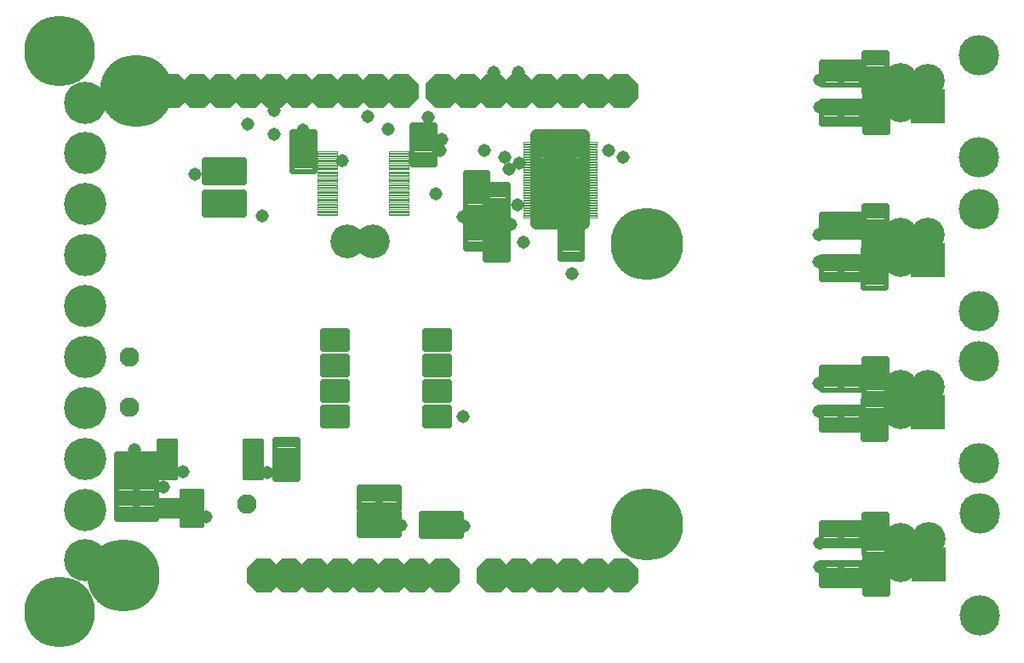
<source format=gts>
G75*
%MOIN*%
%OFA0B0*%
%FSLAX25Y25*%
%IPPOS*%
%LPD*%
%AMOC8*
5,1,8,0,0,1.08239X$1,22.5*
%
%ADD10C,0.02047*%
%ADD11R,0.13386X0.21260*%
%ADD12C,0.00472*%
%ADD13C,0.04724*%
%ADD14C,0.13200*%
%ADD15C,0.01890*%
%ADD16C,0.01260*%
%ADD17C,0.01575*%
%ADD18R,0.13200X0.13200*%
%ADD19C,0.15827*%
%ADD20C,0.16535*%
%ADD21C,0.27685*%
%ADD22OC8,0.13200*%
%ADD23C,0.28346*%
%ADD24C,0.05156*%
%ADD25C,0.07677*%
D10*
X0079381Y0078722D02*
X0087571Y0078722D01*
X0079381Y0078722D02*
X0079381Y0087700D01*
X0087571Y0087700D01*
X0087571Y0078722D01*
X0087571Y0080768D02*
X0079381Y0080768D01*
X0079381Y0082814D02*
X0087571Y0082814D01*
X0087571Y0084860D02*
X0079381Y0084860D01*
X0079381Y0086906D02*
X0087571Y0086906D01*
X0086862Y0078722D02*
X0095052Y0078722D01*
X0086862Y0078722D02*
X0086862Y0087700D01*
X0095052Y0087700D01*
X0095052Y0078722D01*
X0095052Y0080768D02*
X0086862Y0080768D01*
X0086862Y0082814D02*
X0095052Y0082814D01*
X0095052Y0084860D02*
X0086862Y0084860D01*
X0086862Y0086906D02*
X0095052Y0086906D01*
X0095052Y0087107D02*
X0086862Y0087107D01*
X0086862Y0096085D01*
X0095052Y0096085D01*
X0095052Y0087107D01*
X0095052Y0089153D02*
X0086862Y0089153D01*
X0086862Y0091199D02*
X0095052Y0091199D01*
X0095052Y0093245D02*
X0086862Y0093245D01*
X0086862Y0095291D02*
X0095052Y0095291D01*
X0095091Y0104491D02*
X0086901Y0104491D01*
X0095091Y0104491D02*
X0095091Y0095513D01*
X0086901Y0095513D01*
X0086901Y0104491D01*
X0086901Y0097559D02*
X0095091Y0097559D01*
X0095091Y0099605D02*
X0086901Y0099605D01*
X0086901Y0101651D02*
X0095091Y0101651D01*
X0095091Y0103697D02*
X0086901Y0103697D01*
X0087611Y0104491D02*
X0079421Y0104491D01*
X0087611Y0104491D02*
X0087611Y0095513D01*
X0079421Y0095513D01*
X0079421Y0104491D01*
X0079421Y0097559D02*
X0087611Y0097559D01*
X0087611Y0099605D02*
X0079421Y0099605D01*
X0079421Y0101651D02*
X0087611Y0101651D01*
X0087611Y0103697D02*
X0079421Y0103697D01*
X0079381Y0087107D02*
X0087571Y0087107D01*
X0079381Y0087107D02*
X0079381Y0096085D01*
X0087571Y0096085D01*
X0087571Y0087107D01*
X0087571Y0089153D02*
X0079381Y0089153D01*
X0079381Y0091199D02*
X0087571Y0091199D01*
X0087571Y0093245D02*
X0079381Y0093245D01*
X0079381Y0095291D02*
X0087571Y0095291D01*
X0141409Y0094234D02*
X0141409Y0102424D01*
X0150387Y0102424D01*
X0150387Y0094234D01*
X0141409Y0094234D01*
X0141409Y0096280D02*
X0150387Y0096280D01*
X0150387Y0098326D02*
X0141409Y0098326D01*
X0141409Y0100372D02*
X0150387Y0100372D01*
X0150387Y0102418D02*
X0141409Y0102418D01*
X0141409Y0101714D02*
X0141409Y0109904D01*
X0150387Y0109904D01*
X0150387Y0101714D01*
X0141409Y0101714D01*
X0141409Y0103760D02*
X0150387Y0103760D01*
X0150387Y0105806D02*
X0141409Y0105806D01*
X0141409Y0107852D02*
X0150387Y0107852D01*
X0150387Y0109898D02*
X0141409Y0109898D01*
X0174499Y0082462D02*
X0182689Y0082462D01*
X0174499Y0082462D02*
X0174499Y0091440D01*
X0182689Y0091440D01*
X0182689Y0082462D01*
X0182689Y0084508D02*
X0174499Y0084508D01*
X0174499Y0086554D02*
X0182689Y0086554D01*
X0182689Y0088600D02*
X0174499Y0088600D01*
X0174499Y0090646D02*
X0182689Y0090646D01*
X0181980Y0082462D02*
X0190170Y0082462D01*
X0181980Y0082462D02*
X0181980Y0091440D01*
X0190170Y0091440D01*
X0190170Y0082462D01*
X0190170Y0084508D02*
X0181980Y0084508D01*
X0181980Y0086554D02*
X0190170Y0086554D01*
X0190170Y0088600D02*
X0181980Y0088600D01*
X0181980Y0090646D02*
X0190170Y0090646D01*
X0190189Y0072206D02*
X0181999Y0072206D01*
X0181999Y0081184D01*
X0190189Y0081184D01*
X0190189Y0072206D01*
X0190189Y0074252D02*
X0181999Y0074252D01*
X0181999Y0076298D02*
X0190189Y0076298D01*
X0190189Y0078344D02*
X0181999Y0078344D01*
X0181999Y0080390D02*
X0190189Y0080390D01*
X0198692Y0071989D02*
X0206882Y0071989D01*
X0198692Y0071989D02*
X0198692Y0080967D01*
X0206882Y0080967D01*
X0206882Y0071989D01*
X0206882Y0074035D02*
X0198692Y0074035D01*
X0198692Y0076081D02*
X0206882Y0076081D01*
X0206882Y0078127D02*
X0198692Y0078127D01*
X0198692Y0080173D02*
X0206882Y0080173D01*
X0206173Y0071989D02*
X0214363Y0071989D01*
X0206173Y0071989D02*
X0206173Y0080967D01*
X0214363Y0080967D01*
X0214363Y0071989D01*
X0214363Y0074035D02*
X0206173Y0074035D01*
X0206173Y0076081D02*
X0214363Y0076081D01*
X0214363Y0078127D02*
X0206173Y0078127D01*
X0206173Y0080173D02*
X0214363Y0080173D01*
X0182709Y0072206D02*
X0174519Y0072206D01*
X0174519Y0081184D01*
X0182709Y0081184D01*
X0182709Y0072206D01*
X0182709Y0074252D02*
X0174519Y0074252D01*
X0174519Y0076298D02*
X0182709Y0076298D01*
X0182709Y0078344D02*
X0174519Y0078344D01*
X0174519Y0080390D02*
X0182709Y0080390D01*
X0223909Y0180218D02*
X0223909Y0188408D01*
X0232887Y0188408D01*
X0232887Y0180218D01*
X0223909Y0180218D01*
X0223909Y0182264D02*
X0232887Y0182264D01*
X0232887Y0184310D02*
X0223909Y0184310D01*
X0223909Y0186356D02*
X0232887Y0186356D01*
X0232887Y0188402D02*
X0223909Y0188402D01*
X0224973Y0184785D02*
X0224973Y0192975D01*
X0224973Y0184785D02*
X0215995Y0184785D01*
X0215995Y0192975D01*
X0224973Y0192975D01*
X0224973Y0186831D02*
X0215995Y0186831D01*
X0215995Y0188877D02*
X0224973Y0188877D01*
X0224973Y0190923D02*
X0215995Y0190923D01*
X0215995Y0192969D02*
X0224973Y0192969D01*
X0223909Y0195888D02*
X0223909Y0187698D01*
X0223909Y0195888D02*
X0232887Y0195888D01*
X0232887Y0187698D01*
X0223909Y0187698D01*
X0223909Y0189744D02*
X0232887Y0189744D01*
X0232887Y0191790D02*
X0223909Y0191790D01*
X0223909Y0193836D02*
X0232887Y0193836D01*
X0232887Y0195882D02*
X0223909Y0195882D01*
X0224973Y0192265D02*
X0224973Y0200455D01*
X0224973Y0192265D02*
X0215995Y0192265D01*
X0215995Y0200455D01*
X0224973Y0200455D01*
X0224973Y0194311D02*
X0215995Y0194311D01*
X0215995Y0196357D02*
X0224973Y0196357D01*
X0224973Y0198403D02*
X0215995Y0198403D01*
X0215995Y0200449D02*
X0224973Y0200449D01*
X0232847Y0202502D02*
X0232847Y0194312D01*
X0223869Y0194312D01*
X0223869Y0202502D01*
X0232847Y0202502D01*
X0232847Y0196358D02*
X0223869Y0196358D01*
X0223869Y0198404D02*
X0232847Y0198404D01*
X0232847Y0200450D02*
X0223869Y0200450D01*
X0223869Y0202496D02*
X0232847Y0202496D01*
X0232847Y0201793D02*
X0232847Y0209983D01*
X0232847Y0201793D02*
X0223869Y0201793D01*
X0223869Y0209983D01*
X0232847Y0209983D01*
X0232847Y0203839D02*
X0223869Y0203839D01*
X0223869Y0205885D02*
X0232847Y0205885D01*
X0232847Y0207931D02*
X0223869Y0207931D01*
X0223869Y0209977D02*
X0232847Y0209977D01*
X0224973Y0206596D02*
X0224973Y0214786D01*
X0224973Y0206596D02*
X0215995Y0206596D01*
X0215995Y0214786D01*
X0224973Y0214786D01*
X0224973Y0208642D02*
X0215995Y0208642D01*
X0215995Y0210688D02*
X0224973Y0210688D01*
X0224973Y0212734D02*
X0215995Y0212734D01*
X0215995Y0214780D02*
X0224973Y0214780D01*
X0224973Y0207306D02*
X0224973Y0199116D01*
X0215995Y0199116D01*
X0215995Y0207306D01*
X0224973Y0207306D01*
X0224973Y0201162D02*
X0215995Y0201162D01*
X0215995Y0203208D02*
X0224973Y0203208D01*
X0224973Y0205254D02*
X0215995Y0205254D01*
X0215995Y0207300D02*
X0224973Y0207300D01*
X0195188Y0217718D02*
X0195188Y0225908D01*
X0204166Y0225908D01*
X0204166Y0217718D01*
X0195188Y0217718D01*
X0195188Y0219764D02*
X0204166Y0219764D01*
X0204166Y0221810D02*
X0195188Y0221810D01*
X0195188Y0223856D02*
X0204166Y0223856D01*
X0204166Y0225902D02*
X0195188Y0225902D01*
X0195188Y0225198D02*
X0195188Y0233388D01*
X0204166Y0233388D01*
X0204166Y0225198D01*
X0195188Y0225198D01*
X0195188Y0227244D02*
X0204166Y0227244D01*
X0204166Y0229290D02*
X0195188Y0229290D01*
X0195188Y0231336D02*
X0204166Y0231336D01*
X0204166Y0233382D02*
X0195188Y0233382D01*
X0157237Y0230829D02*
X0157237Y0222639D01*
X0148259Y0222639D01*
X0148259Y0230829D01*
X0157237Y0230829D01*
X0157237Y0224685D02*
X0148259Y0224685D01*
X0148259Y0226731D02*
X0157237Y0226731D01*
X0157237Y0228777D02*
X0148259Y0228777D01*
X0148259Y0230823D02*
X0157237Y0230823D01*
X0157237Y0223349D02*
X0157237Y0215159D01*
X0148259Y0215159D01*
X0148259Y0223349D01*
X0157237Y0223349D01*
X0157237Y0217205D02*
X0148259Y0217205D01*
X0148259Y0219251D02*
X0157237Y0219251D01*
X0157237Y0221297D02*
X0148259Y0221297D01*
X0148259Y0223343D02*
X0157237Y0223343D01*
X0129323Y0210572D02*
X0121133Y0210572D01*
X0121133Y0219550D01*
X0129323Y0219550D01*
X0129323Y0210572D01*
X0129323Y0212618D02*
X0121133Y0212618D01*
X0121133Y0214664D02*
X0129323Y0214664D01*
X0129323Y0216710D02*
X0121133Y0216710D01*
X0121133Y0218756D02*
X0129323Y0218756D01*
X0121843Y0210572D02*
X0113653Y0210572D01*
X0113653Y0219550D01*
X0121843Y0219550D01*
X0121843Y0210572D01*
X0121843Y0212618D02*
X0113653Y0212618D01*
X0113653Y0214664D02*
X0121843Y0214664D01*
X0121843Y0216710D02*
X0113653Y0216710D01*
X0113653Y0218756D02*
X0121843Y0218756D01*
X0121133Y0197974D02*
X0129323Y0197974D01*
X0121133Y0197974D02*
X0121133Y0206952D01*
X0129323Y0206952D01*
X0129323Y0197974D01*
X0129323Y0200020D02*
X0121133Y0200020D01*
X0121133Y0202066D02*
X0129323Y0202066D01*
X0129323Y0204112D02*
X0121133Y0204112D01*
X0121133Y0206158D02*
X0129323Y0206158D01*
X0121843Y0197974D02*
X0113653Y0197974D01*
X0113653Y0206952D01*
X0121843Y0206952D01*
X0121843Y0197974D01*
X0121843Y0200020D02*
X0113653Y0200020D01*
X0113653Y0202066D02*
X0121843Y0202066D01*
X0121843Y0204112D02*
X0113653Y0204112D01*
X0113653Y0206158D02*
X0121843Y0206158D01*
X0261981Y0196439D02*
X0261981Y0188249D01*
X0253003Y0188249D01*
X0253003Y0196439D01*
X0261981Y0196439D01*
X0261981Y0190295D02*
X0253003Y0190295D01*
X0253003Y0192341D02*
X0261981Y0192341D01*
X0261981Y0194387D02*
X0253003Y0194387D01*
X0253003Y0196433D02*
X0261981Y0196433D01*
X0261981Y0188959D02*
X0261981Y0180769D01*
X0253003Y0180769D01*
X0253003Y0188959D01*
X0261981Y0188959D01*
X0261981Y0182815D02*
X0253003Y0182815D01*
X0253003Y0184861D02*
X0261981Y0184861D01*
X0261981Y0186907D02*
X0253003Y0186907D01*
X0253003Y0188953D02*
X0261981Y0188953D01*
X0355385Y0189312D02*
X0363575Y0189312D01*
X0355385Y0189312D02*
X0355385Y0198290D01*
X0363575Y0198290D01*
X0363575Y0189312D01*
X0363575Y0191358D02*
X0355385Y0191358D01*
X0355385Y0193404D02*
X0363575Y0193404D01*
X0363575Y0195450D02*
X0355385Y0195450D01*
X0355385Y0197496D02*
X0363575Y0197496D01*
X0362866Y0189312D02*
X0371056Y0189312D01*
X0362866Y0189312D02*
X0362866Y0198290D01*
X0371056Y0198290D01*
X0371056Y0189312D01*
X0371056Y0191358D02*
X0362866Y0191358D01*
X0362866Y0193404D02*
X0371056Y0193404D01*
X0371056Y0195450D02*
X0362866Y0195450D01*
X0362866Y0197496D02*
X0371056Y0197496D01*
X0381056Y0193427D02*
X0381056Y0201617D01*
X0381056Y0193427D02*
X0372078Y0193427D01*
X0372078Y0201617D01*
X0381056Y0201617D01*
X0381056Y0195473D02*
X0372078Y0195473D01*
X0372078Y0197519D02*
X0381056Y0197519D01*
X0381056Y0199565D02*
X0372078Y0199565D01*
X0372078Y0201611D02*
X0381056Y0201611D01*
X0381056Y0194136D02*
X0381056Y0185946D01*
X0372078Y0185946D01*
X0372078Y0194136D01*
X0381056Y0194136D01*
X0381056Y0187992D02*
X0372078Y0187992D01*
X0372078Y0190038D02*
X0381056Y0190038D01*
X0381056Y0192084D02*
X0372078Y0192084D01*
X0372078Y0194130D02*
X0381056Y0194130D01*
X0371960Y0185180D02*
X0371960Y0176990D01*
X0371960Y0185180D02*
X0380938Y0185180D01*
X0380938Y0176990D01*
X0371960Y0176990D01*
X0371960Y0179036D02*
X0380938Y0179036D01*
X0380938Y0181082D02*
X0371960Y0181082D01*
X0371960Y0183128D02*
X0380938Y0183128D01*
X0380938Y0185174D02*
X0371960Y0185174D01*
X0371056Y0181755D02*
X0362866Y0181755D01*
X0371056Y0181755D02*
X0371056Y0172777D01*
X0362866Y0172777D01*
X0362866Y0181755D01*
X0362866Y0174823D02*
X0371056Y0174823D01*
X0371056Y0176869D02*
X0362866Y0176869D01*
X0362866Y0178915D02*
X0371056Y0178915D01*
X0371056Y0180961D02*
X0362866Y0180961D01*
X0363575Y0181755D02*
X0355385Y0181755D01*
X0363575Y0181755D02*
X0363575Y0172777D01*
X0355385Y0172777D01*
X0355385Y0181755D01*
X0355385Y0174823D02*
X0363575Y0174823D01*
X0363575Y0176869D02*
X0355385Y0176869D01*
X0355385Y0178915D02*
X0363575Y0178915D01*
X0363575Y0180961D02*
X0355385Y0180961D01*
X0371960Y0177699D02*
X0371960Y0169509D01*
X0371960Y0177699D02*
X0380938Y0177699D01*
X0380938Y0169509D01*
X0371960Y0169509D01*
X0371960Y0171555D02*
X0380938Y0171555D01*
X0380938Y0173601D02*
X0371960Y0173601D01*
X0371960Y0175647D02*
X0380938Y0175647D01*
X0380938Y0177693D02*
X0371960Y0177693D01*
X0381253Y0141794D02*
X0381253Y0133604D01*
X0372275Y0133604D01*
X0372275Y0141794D01*
X0381253Y0141794D01*
X0381253Y0135650D02*
X0372275Y0135650D01*
X0372275Y0137696D02*
X0381253Y0137696D01*
X0381253Y0139742D02*
X0372275Y0139742D01*
X0372275Y0141788D02*
X0381253Y0141788D01*
X0371056Y0129470D02*
X0362866Y0129470D01*
X0362866Y0138448D01*
X0371056Y0138448D01*
X0371056Y0129470D01*
X0371056Y0131516D02*
X0362866Y0131516D01*
X0362866Y0133562D02*
X0371056Y0133562D01*
X0371056Y0135608D02*
X0362866Y0135608D01*
X0362866Y0137654D02*
X0371056Y0137654D01*
X0363575Y0129470D02*
X0355385Y0129470D01*
X0355385Y0138448D01*
X0363575Y0138448D01*
X0363575Y0129470D01*
X0363575Y0131516D02*
X0355385Y0131516D01*
X0355385Y0133562D02*
X0363575Y0133562D01*
X0363575Y0135608D02*
X0355385Y0135608D01*
X0355385Y0137654D02*
X0363575Y0137654D01*
X0381253Y0134314D02*
X0381253Y0126124D01*
X0372275Y0126124D01*
X0372275Y0134314D01*
X0381253Y0134314D01*
X0381253Y0128170D02*
X0372275Y0128170D01*
X0372275Y0130216D02*
X0381253Y0130216D01*
X0381253Y0132262D02*
X0372275Y0132262D01*
X0372275Y0134308D02*
X0381253Y0134308D01*
X0371960Y0125573D02*
X0371960Y0117383D01*
X0371960Y0125573D02*
X0380938Y0125573D01*
X0380938Y0117383D01*
X0371960Y0117383D01*
X0371960Y0119429D02*
X0380938Y0119429D01*
X0380938Y0121475D02*
X0371960Y0121475D01*
X0371960Y0123521D02*
X0380938Y0123521D01*
X0380938Y0125567D02*
X0371960Y0125567D01*
X0371056Y0122700D02*
X0362866Y0122700D01*
X0371056Y0122700D02*
X0371056Y0113722D01*
X0362866Y0113722D01*
X0362866Y0122700D01*
X0362866Y0115768D02*
X0371056Y0115768D01*
X0371056Y0117814D02*
X0362866Y0117814D01*
X0362866Y0119860D02*
X0371056Y0119860D01*
X0371056Y0121906D02*
X0362866Y0121906D01*
X0363575Y0122700D02*
X0355385Y0122700D01*
X0363575Y0122700D02*
X0363575Y0113722D01*
X0355385Y0113722D01*
X0355385Y0122700D01*
X0355385Y0115768D02*
X0363575Y0115768D01*
X0363575Y0117814D02*
X0355385Y0117814D01*
X0355385Y0119860D02*
X0363575Y0119860D01*
X0363575Y0121906D02*
X0355385Y0121906D01*
X0371960Y0118093D02*
X0371960Y0109903D01*
X0371960Y0118093D02*
X0380938Y0118093D01*
X0380938Y0109903D01*
X0371960Y0109903D01*
X0371960Y0111949D02*
X0380938Y0111949D01*
X0380938Y0113995D02*
X0371960Y0113995D01*
X0371960Y0116041D02*
X0380938Y0116041D01*
X0380938Y0118087D02*
X0371960Y0118087D01*
X0381253Y0080829D02*
X0381253Y0072639D01*
X0372275Y0072639D01*
X0372275Y0080829D01*
X0381253Y0080829D01*
X0381253Y0074685D02*
X0372275Y0074685D01*
X0372275Y0076731D02*
X0381253Y0076731D01*
X0381253Y0078777D02*
X0372275Y0078777D01*
X0372275Y0080823D02*
X0381253Y0080823D01*
X0371056Y0068446D02*
X0362866Y0068446D01*
X0362866Y0077424D01*
X0371056Y0077424D01*
X0371056Y0068446D01*
X0371056Y0070492D02*
X0362866Y0070492D01*
X0362866Y0072538D02*
X0371056Y0072538D01*
X0371056Y0074584D02*
X0362866Y0074584D01*
X0362866Y0076630D02*
X0371056Y0076630D01*
X0363575Y0068446D02*
X0355385Y0068446D01*
X0355385Y0077424D01*
X0363575Y0077424D01*
X0363575Y0068446D01*
X0363575Y0070492D02*
X0355385Y0070492D01*
X0355385Y0072538D02*
X0363575Y0072538D01*
X0363575Y0074584D02*
X0355385Y0074584D01*
X0355385Y0076630D02*
X0363575Y0076630D01*
X0381253Y0073349D02*
X0381253Y0065159D01*
X0372275Y0065159D01*
X0372275Y0073349D01*
X0381253Y0073349D01*
X0381253Y0067205D02*
X0372275Y0067205D01*
X0372275Y0069251D02*
X0381253Y0069251D01*
X0381253Y0071297D02*
X0372275Y0071297D01*
X0372275Y0073343D02*
X0381253Y0073343D01*
X0372354Y0065022D02*
X0372354Y0056832D01*
X0372354Y0065022D02*
X0381332Y0065022D01*
X0381332Y0056832D01*
X0372354Y0056832D01*
X0372354Y0058878D02*
X0381332Y0058878D01*
X0381332Y0060924D02*
X0372354Y0060924D01*
X0372354Y0062970D02*
X0381332Y0062970D01*
X0381332Y0065016D02*
X0372354Y0065016D01*
X0371056Y0061676D02*
X0362866Y0061676D01*
X0371056Y0061676D02*
X0371056Y0052698D01*
X0362866Y0052698D01*
X0362866Y0061676D01*
X0362866Y0054744D02*
X0371056Y0054744D01*
X0371056Y0056790D02*
X0362866Y0056790D01*
X0362866Y0058836D02*
X0371056Y0058836D01*
X0371056Y0060882D02*
X0362866Y0060882D01*
X0363575Y0061676D02*
X0355385Y0061676D01*
X0363575Y0061676D02*
X0363575Y0052698D01*
X0355385Y0052698D01*
X0355385Y0061676D01*
X0355385Y0054744D02*
X0363575Y0054744D01*
X0363575Y0056790D02*
X0355385Y0056790D01*
X0355385Y0058836D02*
X0363575Y0058836D01*
X0363575Y0060882D02*
X0355385Y0060882D01*
X0372354Y0057542D02*
X0372354Y0049352D01*
X0372354Y0057542D02*
X0381332Y0057542D01*
X0381332Y0049352D01*
X0372354Y0049352D01*
X0372354Y0051398D02*
X0381332Y0051398D01*
X0381332Y0053444D02*
X0372354Y0053444D01*
X0372354Y0055490D02*
X0381332Y0055490D01*
X0381332Y0057536D02*
X0372354Y0057536D01*
X0372354Y0230336D02*
X0372354Y0238526D01*
X0381332Y0238526D01*
X0381332Y0230336D01*
X0372354Y0230336D01*
X0372354Y0232382D02*
X0381332Y0232382D01*
X0381332Y0234428D02*
X0372354Y0234428D01*
X0372354Y0236474D02*
X0381332Y0236474D01*
X0381332Y0238520D02*
X0372354Y0238520D01*
X0371056Y0242778D02*
X0362866Y0242778D01*
X0371056Y0242778D02*
X0371056Y0233800D01*
X0362866Y0233800D01*
X0362866Y0242778D01*
X0362866Y0235846D02*
X0371056Y0235846D01*
X0371056Y0237892D02*
X0362866Y0237892D01*
X0362866Y0239938D02*
X0371056Y0239938D01*
X0371056Y0241984D02*
X0362866Y0241984D01*
X0363575Y0242778D02*
X0355385Y0242778D01*
X0363575Y0242778D02*
X0363575Y0233800D01*
X0355385Y0233800D01*
X0355385Y0242778D01*
X0355385Y0235846D02*
X0363575Y0235846D01*
X0363575Y0237892D02*
X0355385Y0237892D01*
X0355385Y0239938D02*
X0363575Y0239938D01*
X0363575Y0241984D02*
X0355385Y0241984D01*
X0355385Y0249155D02*
X0363575Y0249155D01*
X0355385Y0249155D02*
X0355385Y0258133D01*
X0363575Y0258133D01*
X0363575Y0249155D01*
X0363575Y0251201D02*
X0355385Y0251201D01*
X0355385Y0253247D02*
X0363575Y0253247D01*
X0363575Y0255293D02*
X0355385Y0255293D01*
X0355385Y0257339D02*
X0363575Y0257339D01*
X0362866Y0249155D02*
X0371056Y0249155D01*
X0362866Y0249155D02*
X0362866Y0258133D01*
X0371056Y0258133D01*
X0371056Y0249155D01*
X0371056Y0251201D02*
X0362866Y0251201D01*
X0362866Y0253247D02*
X0371056Y0253247D01*
X0371056Y0255293D02*
X0362866Y0255293D01*
X0362866Y0257339D02*
X0371056Y0257339D01*
X0381253Y0253466D02*
X0381253Y0261656D01*
X0381253Y0253466D02*
X0372275Y0253466D01*
X0372275Y0261656D01*
X0381253Y0261656D01*
X0381253Y0255512D02*
X0372275Y0255512D01*
X0372275Y0257558D02*
X0381253Y0257558D01*
X0381253Y0259604D02*
X0372275Y0259604D01*
X0372275Y0261650D02*
X0381253Y0261650D01*
X0381253Y0254176D02*
X0381253Y0245986D01*
X0372275Y0245986D01*
X0372275Y0254176D01*
X0381253Y0254176D01*
X0381253Y0248032D02*
X0372275Y0248032D01*
X0372275Y0250078D02*
X0381253Y0250078D01*
X0381253Y0252124D02*
X0372275Y0252124D01*
X0372275Y0254170D02*
X0381253Y0254170D01*
X0372354Y0246006D02*
X0372354Y0237816D01*
X0372354Y0246006D02*
X0381332Y0246006D01*
X0381332Y0237816D01*
X0372354Y0237816D01*
X0372354Y0239862D02*
X0381332Y0239862D01*
X0381332Y0241908D02*
X0372354Y0241908D01*
X0372354Y0243954D02*
X0381332Y0243954D01*
X0381332Y0246000D02*
X0372354Y0246000D01*
D11*
X0253142Y0211872D03*
D12*
X0260760Y0211567D02*
X0260760Y0209677D01*
X0260760Y0211567D02*
X0267570Y0211567D01*
X0267570Y0209677D01*
X0260760Y0209677D01*
X0260760Y0210148D02*
X0267570Y0210148D01*
X0267570Y0210619D02*
X0260760Y0210619D01*
X0260760Y0211090D02*
X0267570Y0211090D01*
X0267570Y0211561D02*
X0260760Y0211561D01*
X0260760Y0212177D02*
X0260760Y0214067D01*
X0267570Y0214067D01*
X0267570Y0212177D01*
X0260760Y0212177D01*
X0260760Y0212648D02*
X0267570Y0212648D01*
X0267570Y0213119D02*
X0260760Y0213119D01*
X0260760Y0213590D02*
X0267570Y0213590D01*
X0267570Y0214061D02*
X0260760Y0214061D01*
X0260760Y0214677D02*
X0260760Y0216567D01*
X0267570Y0216567D01*
X0267570Y0214677D01*
X0260760Y0214677D01*
X0260760Y0215148D02*
X0267570Y0215148D01*
X0267570Y0215619D02*
X0260760Y0215619D01*
X0260760Y0216090D02*
X0267570Y0216090D01*
X0267570Y0216561D02*
X0260760Y0216561D01*
X0260760Y0217177D02*
X0260760Y0219067D01*
X0267570Y0219067D01*
X0267570Y0217177D01*
X0260760Y0217177D01*
X0260760Y0217648D02*
X0267570Y0217648D01*
X0267570Y0218119D02*
X0260760Y0218119D01*
X0260760Y0218590D02*
X0267570Y0218590D01*
X0267570Y0219061D02*
X0260760Y0219061D01*
X0260760Y0219677D02*
X0260760Y0221567D01*
X0267570Y0221567D01*
X0267570Y0219677D01*
X0260760Y0219677D01*
X0260760Y0220148D02*
X0267570Y0220148D01*
X0267570Y0220619D02*
X0260760Y0220619D01*
X0260760Y0221090D02*
X0267570Y0221090D01*
X0267570Y0221561D02*
X0260760Y0221561D01*
X0260760Y0222177D02*
X0260760Y0224067D01*
X0267570Y0224067D01*
X0267570Y0222177D01*
X0260760Y0222177D01*
X0260760Y0222648D02*
X0267570Y0222648D01*
X0267570Y0223119D02*
X0260760Y0223119D01*
X0260760Y0223590D02*
X0267570Y0223590D01*
X0267570Y0224061D02*
X0260760Y0224061D01*
X0260760Y0224677D02*
X0260760Y0226567D01*
X0267570Y0226567D01*
X0267570Y0224677D01*
X0260760Y0224677D01*
X0260760Y0225148D02*
X0267570Y0225148D01*
X0267570Y0225619D02*
X0260760Y0225619D01*
X0260760Y0226090D02*
X0267570Y0226090D01*
X0267570Y0226561D02*
X0260760Y0226561D01*
X0238713Y0226567D02*
X0238713Y0224677D01*
X0238713Y0226567D02*
X0245523Y0226567D01*
X0245523Y0224677D01*
X0238713Y0224677D01*
X0238713Y0225148D02*
X0245523Y0225148D01*
X0245523Y0225619D02*
X0238713Y0225619D01*
X0238713Y0226090D02*
X0245523Y0226090D01*
X0245523Y0226561D02*
X0238713Y0226561D01*
X0238713Y0224067D02*
X0238713Y0222177D01*
X0238713Y0224067D02*
X0245523Y0224067D01*
X0245523Y0222177D01*
X0238713Y0222177D01*
X0238713Y0222648D02*
X0245523Y0222648D01*
X0245523Y0223119D02*
X0238713Y0223119D01*
X0238713Y0223590D02*
X0245523Y0223590D01*
X0245523Y0224061D02*
X0238713Y0224061D01*
X0238713Y0221567D02*
X0238713Y0219677D01*
X0238713Y0221567D02*
X0245523Y0221567D01*
X0245523Y0219677D01*
X0238713Y0219677D01*
X0238713Y0220148D02*
X0245523Y0220148D01*
X0245523Y0220619D02*
X0238713Y0220619D01*
X0238713Y0221090D02*
X0245523Y0221090D01*
X0245523Y0221561D02*
X0238713Y0221561D01*
X0238713Y0219067D02*
X0238713Y0217177D01*
X0238713Y0219067D02*
X0245523Y0219067D01*
X0245523Y0217177D01*
X0238713Y0217177D01*
X0238713Y0217648D02*
X0245523Y0217648D01*
X0245523Y0218119D02*
X0238713Y0218119D01*
X0238713Y0218590D02*
X0245523Y0218590D01*
X0245523Y0219061D02*
X0238713Y0219061D01*
X0238713Y0216567D02*
X0238713Y0214677D01*
X0238713Y0216567D02*
X0245523Y0216567D01*
X0245523Y0214677D01*
X0238713Y0214677D01*
X0238713Y0215148D02*
X0245523Y0215148D01*
X0245523Y0215619D02*
X0238713Y0215619D01*
X0238713Y0216090D02*
X0245523Y0216090D01*
X0245523Y0216561D02*
X0238713Y0216561D01*
X0238713Y0214067D02*
X0238713Y0212177D01*
X0238713Y0214067D02*
X0245523Y0214067D01*
X0245523Y0212177D01*
X0238713Y0212177D01*
X0238713Y0212648D02*
X0245523Y0212648D01*
X0245523Y0213119D02*
X0238713Y0213119D01*
X0238713Y0213590D02*
X0245523Y0213590D01*
X0245523Y0214061D02*
X0238713Y0214061D01*
X0238713Y0211567D02*
X0238713Y0209677D01*
X0238713Y0211567D02*
X0245523Y0211567D01*
X0245523Y0209677D01*
X0238713Y0209677D01*
X0238713Y0210148D02*
X0245523Y0210148D01*
X0245523Y0210619D02*
X0238713Y0210619D01*
X0238713Y0211090D02*
X0245523Y0211090D01*
X0245523Y0211561D02*
X0238713Y0211561D01*
X0238713Y0209067D02*
X0238713Y0207177D01*
X0238713Y0209067D02*
X0245523Y0209067D01*
X0245523Y0207177D01*
X0238713Y0207177D01*
X0238713Y0207648D02*
X0245523Y0207648D01*
X0245523Y0208119D02*
X0238713Y0208119D01*
X0238713Y0208590D02*
X0245523Y0208590D01*
X0245523Y0209061D02*
X0238713Y0209061D01*
X0238713Y0206567D02*
X0238713Y0204677D01*
X0238713Y0206567D02*
X0245523Y0206567D01*
X0245523Y0204677D01*
X0238713Y0204677D01*
X0238713Y0205148D02*
X0245523Y0205148D01*
X0245523Y0205619D02*
X0238713Y0205619D01*
X0238713Y0206090D02*
X0245523Y0206090D01*
X0245523Y0206561D02*
X0238713Y0206561D01*
X0238713Y0204067D02*
X0238713Y0202177D01*
X0238713Y0204067D02*
X0245523Y0204067D01*
X0245523Y0202177D01*
X0238713Y0202177D01*
X0238713Y0202648D02*
X0245523Y0202648D01*
X0245523Y0203119D02*
X0238713Y0203119D01*
X0238713Y0203590D02*
X0245523Y0203590D01*
X0245523Y0204061D02*
X0238713Y0204061D01*
X0238713Y0201567D02*
X0238713Y0199677D01*
X0238713Y0201567D02*
X0245523Y0201567D01*
X0245523Y0199677D01*
X0238713Y0199677D01*
X0238713Y0200148D02*
X0245523Y0200148D01*
X0245523Y0200619D02*
X0238713Y0200619D01*
X0238713Y0201090D02*
X0245523Y0201090D01*
X0245523Y0201561D02*
X0238713Y0201561D01*
X0238713Y0199067D02*
X0238713Y0197177D01*
X0238713Y0199067D02*
X0245523Y0199067D01*
X0245523Y0197177D01*
X0238713Y0197177D01*
X0238713Y0197648D02*
X0245523Y0197648D01*
X0245523Y0198119D02*
X0238713Y0198119D01*
X0238713Y0198590D02*
X0245523Y0198590D01*
X0245523Y0199061D02*
X0238713Y0199061D01*
X0260760Y0199067D02*
X0260760Y0197177D01*
X0260760Y0199067D02*
X0267570Y0199067D01*
X0267570Y0197177D01*
X0260760Y0197177D01*
X0260760Y0197648D02*
X0267570Y0197648D01*
X0267570Y0198119D02*
X0260760Y0198119D01*
X0260760Y0198590D02*
X0267570Y0198590D01*
X0267570Y0199061D02*
X0260760Y0199061D01*
X0260760Y0199677D02*
X0260760Y0201567D01*
X0267570Y0201567D01*
X0267570Y0199677D01*
X0260760Y0199677D01*
X0260760Y0200148D02*
X0267570Y0200148D01*
X0267570Y0200619D02*
X0260760Y0200619D01*
X0260760Y0201090D02*
X0267570Y0201090D01*
X0267570Y0201561D02*
X0260760Y0201561D01*
X0260760Y0202177D02*
X0260760Y0204067D01*
X0267570Y0204067D01*
X0267570Y0202177D01*
X0260760Y0202177D01*
X0260760Y0202648D02*
X0267570Y0202648D01*
X0267570Y0203119D02*
X0260760Y0203119D01*
X0260760Y0203590D02*
X0267570Y0203590D01*
X0267570Y0204061D02*
X0260760Y0204061D01*
X0260760Y0204677D02*
X0260760Y0206567D01*
X0267570Y0206567D01*
X0267570Y0204677D01*
X0260760Y0204677D01*
X0260760Y0205148D02*
X0267570Y0205148D01*
X0267570Y0205619D02*
X0260760Y0205619D01*
X0260760Y0206090D02*
X0267570Y0206090D01*
X0267570Y0206561D02*
X0260760Y0206561D01*
X0260760Y0207177D02*
X0260760Y0209067D01*
X0267570Y0209067D01*
X0267570Y0207177D01*
X0260760Y0207177D01*
X0260760Y0207648D02*
X0267570Y0207648D01*
X0267570Y0208119D02*
X0260760Y0208119D01*
X0260760Y0208590D02*
X0267570Y0208590D01*
X0267570Y0209061D02*
X0260760Y0209061D01*
X0193653Y0208171D02*
X0193653Y0210061D01*
X0193653Y0208171D02*
X0186055Y0208171D01*
X0186055Y0210061D01*
X0193653Y0210061D01*
X0193653Y0208642D02*
X0186055Y0208642D01*
X0186055Y0209113D02*
X0193653Y0209113D01*
X0193653Y0209584D02*
X0186055Y0209584D01*
X0186055Y0210055D02*
X0193653Y0210055D01*
X0193653Y0210730D02*
X0193653Y0212620D01*
X0193653Y0210730D02*
X0186055Y0210730D01*
X0186055Y0212620D01*
X0193653Y0212620D01*
X0193653Y0211201D02*
X0186055Y0211201D01*
X0186055Y0211672D02*
X0193653Y0211672D01*
X0193653Y0212143D02*
X0186055Y0212143D01*
X0186055Y0212614D02*
X0193653Y0212614D01*
X0193653Y0213289D02*
X0193653Y0215179D01*
X0193653Y0213289D02*
X0186055Y0213289D01*
X0186055Y0215179D01*
X0193653Y0215179D01*
X0193653Y0213760D02*
X0186055Y0213760D01*
X0186055Y0214231D02*
X0193653Y0214231D01*
X0193653Y0214702D02*
X0186055Y0214702D01*
X0186055Y0215173D02*
X0193653Y0215173D01*
X0193653Y0215848D02*
X0193653Y0217738D01*
X0193653Y0215848D02*
X0186055Y0215848D01*
X0186055Y0217738D01*
X0193653Y0217738D01*
X0193653Y0216319D02*
X0186055Y0216319D01*
X0186055Y0216790D02*
X0193653Y0216790D01*
X0193653Y0217261D02*
X0186055Y0217261D01*
X0186055Y0217732D02*
X0193653Y0217732D01*
X0193653Y0218407D02*
X0193653Y0220297D01*
X0193653Y0218407D02*
X0186055Y0218407D01*
X0186055Y0220297D01*
X0193653Y0220297D01*
X0193653Y0218878D02*
X0186055Y0218878D01*
X0186055Y0219349D02*
X0193653Y0219349D01*
X0193653Y0219820D02*
X0186055Y0219820D01*
X0186055Y0220291D02*
X0193653Y0220291D01*
X0193653Y0220966D02*
X0193653Y0222856D01*
X0193653Y0220966D02*
X0186055Y0220966D01*
X0186055Y0222856D01*
X0193653Y0222856D01*
X0193653Y0221437D02*
X0186055Y0221437D01*
X0186055Y0221908D02*
X0193653Y0221908D01*
X0193653Y0222379D02*
X0186055Y0222379D01*
X0186055Y0222850D02*
X0193653Y0222850D01*
X0193653Y0207502D02*
X0193653Y0205612D01*
X0186055Y0205612D01*
X0186055Y0207502D01*
X0193653Y0207502D01*
X0193653Y0206083D02*
X0186055Y0206083D01*
X0186055Y0206554D02*
X0193653Y0206554D01*
X0193653Y0207025D02*
X0186055Y0207025D01*
X0186055Y0207496D02*
X0193653Y0207496D01*
X0193653Y0204943D02*
X0193653Y0203053D01*
X0186055Y0203053D01*
X0186055Y0204943D01*
X0193653Y0204943D01*
X0193653Y0203524D02*
X0186055Y0203524D01*
X0186055Y0203995D02*
X0193653Y0203995D01*
X0193653Y0204466D02*
X0186055Y0204466D01*
X0186055Y0204937D02*
X0193653Y0204937D01*
X0193653Y0202384D02*
X0193653Y0200494D01*
X0186055Y0200494D01*
X0186055Y0202384D01*
X0193653Y0202384D01*
X0193653Y0200965D02*
X0186055Y0200965D01*
X0186055Y0201436D02*
X0193653Y0201436D01*
X0193653Y0201907D02*
X0186055Y0201907D01*
X0186055Y0202378D02*
X0193653Y0202378D01*
X0193653Y0199825D02*
X0193653Y0197935D01*
X0186055Y0197935D01*
X0186055Y0199825D01*
X0193653Y0199825D01*
X0193653Y0198406D02*
X0186055Y0198406D01*
X0186055Y0198877D02*
X0193653Y0198877D01*
X0193653Y0199348D02*
X0186055Y0199348D01*
X0186055Y0199819D02*
X0193653Y0199819D01*
X0165897Y0199825D02*
X0165897Y0197935D01*
X0158299Y0197935D01*
X0158299Y0199825D01*
X0165897Y0199825D01*
X0165897Y0198406D02*
X0158299Y0198406D01*
X0158299Y0198877D02*
X0165897Y0198877D01*
X0165897Y0199348D02*
X0158299Y0199348D01*
X0158299Y0199819D02*
X0165897Y0199819D01*
X0165897Y0200494D02*
X0165897Y0202384D01*
X0165897Y0200494D02*
X0158299Y0200494D01*
X0158299Y0202384D01*
X0165897Y0202384D01*
X0165897Y0200965D02*
X0158299Y0200965D01*
X0158299Y0201436D02*
X0165897Y0201436D01*
X0165897Y0201907D02*
X0158299Y0201907D01*
X0158299Y0202378D02*
X0165897Y0202378D01*
X0165897Y0203053D02*
X0165897Y0204943D01*
X0165897Y0203053D02*
X0158299Y0203053D01*
X0158299Y0204943D01*
X0165897Y0204943D01*
X0165897Y0203524D02*
X0158299Y0203524D01*
X0158299Y0203995D02*
X0165897Y0203995D01*
X0165897Y0204466D02*
X0158299Y0204466D01*
X0158299Y0204937D02*
X0165897Y0204937D01*
X0165897Y0205612D02*
X0165897Y0207502D01*
X0165897Y0205612D02*
X0158299Y0205612D01*
X0158299Y0207502D01*
X0165897Y0207502D01*
X0165897Y0206083D02*
X0158299Y0206083D01*
X0158299Y0206554D02*
X0165897Y0206554D01*
X0165897Y0207025D02*
X0158299Y0207025D01*
X0158299Y0207496D02*
X0165897Y0207496D01*
X0165897Y0208171D02*
X0165897Y0210061D01*
X0165897Y0208171D02*
X0158299Y0208171D01*
X0158299Y0210061D01*
X0165897Y0210061D01*
X0165897Y0208642D02*
X0158299Y0208642D01*
X0158299Y0209113D02*
X0165897Y0209113D01*
X0165897Y0209584D02*
X0158299Y0209584D01*
X0158299Y0210055D02*
X0165897Y0210055D01*
X0165897Y0210730D02*
X0165897Y0212620D01*
X0165897Y0210730D02*
X0158299Y0210730D01*
X0158299Y0212620D01*
X0165897Y0212620D01*
X0165897Y0211201D02*
X0158299Y0211201D01*
X0158299Y0211672D02*
X0165897Y0211672D01*
X0165897Y0212143D02*
X0158299Y0212143D01*
X0158299Y0212614D02*
X0165897Y0212614D01*
X0165897Y0213289D02*
X0165897Y0215179D01*
X0165897Y0213289D02*
X0158299Y0213289D01*
X0158299Y0215179D01*
X0165897Y0215179D01*
X0165897Y0213760D02*
X0158299Y0213760D01*
X0158299Y0214231D02*
X0165897Y0214231D01*
X0165897Y0214702D02*
X0158299Y0214702D01*
X0158299Y0215173D02*
X0165897Y0215173D01*
X0165897Y0215848D02*
X0165897Y0217738D01*
X0165897Y0215848D02*
X0158299Y0215848D01*
X0158299Y0217738D01*
X0165897Y0217738D01*
X0165897Y0216319D02*
X0158299Y0216319D01*
X0158299Y0216790D02*
X0165897Y0216790D01*
X0165897Y0217261D02*
X0158299Y0217261D01*
X0158299Y0217732D02*
X0165897Y0217732D01*
X0165897Y0218407D02*
X0165897Y0220297D01*
X0165897Y0218407D02*
X0158299Y0218407D01*
X0158299Y0220297D01*
X0165897Y0220297D01*
X0165897Y0218878D02*
X0158299Y0218878D01*
X0158299Y0219349D02*
X0165897Y0219349D01*
X0165897Y0219820D02*
X0158299Y0219820D01*
X0158299Y0220291D02*
X0165897Y0220291D01*
X0165897Y0220966D02*
X0165897Y0222856D01*
X0165897Y0220966D02*
X0158299Y0220966D01*
X0158299Y0222856D01*
X0165897Y0222856D01*
X0165897Y0221437D02*
X0158299Y0221437D01*
X0158299Y0221908D02*
X0165897Y0221908D01*
X0165897Y0222379D02*
X0158299Y0222379D01*
X0158299Y0222850D02*
X0165897Y0222850D01*
D13*
X0243693Y0229195D02*
X0262591Y0229195D01*
X0262591Y0194549D01*
X0243693Y0194549D01*
X0243693Y0229195D01*
X0243693Y0199272D02*
X0262591Y0199272D01*
X0262591Y0203995D02*
X0243693Y0203995D01*
X0243693Y0208718D02*
X0262591Y0208718D01*
X0262591Y0213441D02*
X0243693Y0213441D01*
X0243693Y0218164D02*
X0262591Y0218164D01*
X0262591Y0222887D02*
X0243693Y0222887D01*
X0243693Y0227610D02*
X0262591Y0227610D01*
D14*
X0179697Y0187758D03*
X0169697Y0187758D03*
X0386567Y0190474D03*
X0386567Y0180474D03*
X0397177Y0190494D03*
X0386567Y0240868D03*
X0386567Y0250868D03*
X0397177Y0250671D03*
X0397177Y0130711D03*
X0386646Y0130789D03*
X0386646Y0120789D03*
X0386646Y0070789D03*
X0397571Y0070927D03*
X0386646Y0060789D03*
D15*
X0209913Y0115219D02*
X0209913Y0122777D01*
X0209913Y0115219D02*
X0199993Y0115219D01*
X0199993Y0122777D01*
X0209913Y0122777D01*
X0209913Y0117108D02*
X0199993Y0117108D01*
X0199993Y0118997D02*
X0209913Y0118997D01*
X0209913Y0120886D02*
X0199993Y0120886D01*
X0199993Y0122775D02*
X0209913Y0122775D01*
X0209913Y0125219D02*
X0209913Y0132777D01*
X0209913Y0125219D02*
X0199993Y0125219D01*
X0199993Y0132777D01*
X0209913Y0132777D01*
X0209913Y0127108D02*
X0199993Y0127108D01*
X0199993Y0128997D02*
X0209913Y0128997D01*
X0209913Y0130886D02*
X0199993Y0130886D01*
X0199993Y0132775D02*
X0209913Y0132775D01*
X0209913Y0135219D02*
X0209913Y0142777D01*
X0209913Y0135219D02*
X0199993Y0135219D01*
X0199993Y0142777D01*
X0209913Y0142777D01*
X0209913Y0137108D02*
X0199993Y0137108D01*
X0199993Y0138997D02*
X0209913Y0138997D01*
X0209913Y0140886D02*
X0199993Y0140886D01*
X0199993Y0142775D02*
X0209913Y0142775D01*
X0209913Y0145219D02*
X0209913Y0152777D01*
X0209913Y0145219D02*
X0199993Y0145219D01*
X0199993Y0152777D01*
X0209913Y0152777D01*
X0209913Y0147108D02*
X0199993Y0147108D01*
X0199993Y0148997D02*
X0209913Y0148997D01*
X0209913Y0150886D02*
X0199993Y0150886D01*
X0199993Y0152775D02*
X0209913Y0152775D01*
X0159993Y0152777D02*
X0159993Y0145219D01*
X0159993Y0152777D02*
X0169913Y0152777D01*
X0169913Y0145219D01*
X0159993Y0145219D01*
X0159993Y0147108D02*
X0169913Y0147108D01*
X0169913Y0148997D02*
X0159993Y0148997D01*
X0159993Y0150886D02*
X0169913Y0150886D01*
X0169913Y0152775D02*
X0159993Y0152775D01*
X0159993Y0142777D02*
X0159993Y0135219D01*
X0159993Y0142777D02*
X0169913Y0142777D01*
X0169913Y0135219D01*
X0159993Y0135219D01*
X0159993Y0137108D02*
X0169913Y0137108D01*
X0169913Y0138997D02*
X0159993Y0138997D01*
X0159993Y0140886D02*
X0169913Y0140886D01*
X0169913Y0142775D02*
X0159993Y0142775D01*
X0159993Y0132777D02*
X0159993Y0125219D01*
X0159993Y0132777D02*
X0169913Y0132777D01*
X0169913Y0125219D01*
X0159993Y0125219D01*
X0159993Y0127108D02*
X0169913Y0127108D01*
X0169913Y0128997D02*
X0159993Y0128997D01*
X0159993Y0130886D02*
X0169913Y0130886D01*
X0169913Y0132775D02*
X0159993Y0132775D01*
X0159993Y0122777D02*
X0159993Y0115219D01*
X0159993Y0122777D02*
X0169913Y0122777D01*
X0169913Y0115219D01*
X0159993Y0115219D01*
X0159993Y0117108D02*
X0169913Y0117108D01*
X0169913Y0118997D02*
X0159993Y0118997D01*
X0159993Y0120886D02*
X0169913Y0120886D01*
X0169913Y0122775D02*
X0159993Y0122775D01*
D16*
X0129362Y0109706D02*
X0129362Y0104668D01*
X0129362Y0109706D02*
X0136370Y0109706D01*
X0136370Y0104668D01*
X0129362Y0104668D01*
X0129362Y0105927D02*
X0136370Y0105927D01*
X0136370Y0107186D02*
X0129362Y0107186D01*
X0129362Y0108445D02*
X0136370Y0108445D01*
X0136370Y0109704D02*
X0129362Y0109704D01*
X0129362Y0104706D02*
X0129362Y0099668D01*
X0129362Y0104706D02*
X0136370Y0104706D01*
X0136370Y0099668D01*
X0129362Y0099668D01*
X0129362Y0100927D02*
X0136370Y0100927D01*
X0136370Y0102186D02*
X0129362Y0102186D01*
X0129362Y0103445D02*
X0136370Y0103445D01*
X0136370Y0104704D02*
X0129362Y0104704D01*
X0129362Y0099706D02*
X0129362Y0094668D01*
X0129362Y0099706D02*
X0136370Y0099706D01*
X0136370Y0094668D01*
X0129362Y0094668D01*
X0129362Y0095927D02*
X0136370Y0095927D01*
X0136370Y0097186D02*
X0129362Y0097186D01*
X0129362Y0098445D02*
X0136370Y0098445D01*
X0136370Y0099704D02*
X0129362Y0099704D01*
X0095898Y0099668D02*
X0095898Y0104706D01*
X0102906Y0104706D01*
X0102906Y0099668D01*
X0095898Y0099668D01*
X0095898Y0100927D02*
X0102906Y0100927D01*
X0102906Y0102186D02*
X0095898Y0102186D01*
X0095898Y0103445D02*
X0102906Y0103445D01*
X0102906Y0104704D02*
X0095898Y0104704D01*
X0095898Y0104668D02*
X0095898Y0109706D01*
X0102906Y0109706D01*
X0102906Y0104668D01*
X0095898Y0104668D01*
X0095898Y0105927D02*
X0102906Y0105927D01*
X0102906Y0107186D02*
X0095898Y0107186D01*
X0095898Y0108445D02*
X0102906Y0108445D01*
X0102906Y0109704D02*
X0095898Y0109704D01*
X0095898Y0099706D02*
X0095898Y0094668D01*
X0095898Y0099706D02*
X0102906Y0099706D01*
X0102906Y0094668D01*
X0095898Y0094668D01*
X0095898Y0095927D02*
X0102906Y0095927D01*
X0102906Y0097186D02*
X0095898Y0097186D01*
X0095898Y0098445D02*
X0102906Y0098445D01*
X0102906Y0099704D02*
X0095898Y0099704D01*
D17*
X0112669Y0090042D02*
X0112669Y0083742D01*
X0104795Y0083742D01*
X0104795Y0090042D01*
X0112669Y0090042D01*
X0112669Y0085316D02*
X0104795Y0085316D01*
X0104795Y0086890D02*
X0112669Y0086890D01*
X0112669Y0088464D02*
X0104795Y0088464D01*
X0104795Y0090038D02*
X0112669Y0090038D01*
X0112669Y0082561D02*
X0112669Y0076261D01*
X0104795Y0076261D01*
X0104795Y0082561D01*
X0112669Y0082561D01*
X0112669Y0077835D02*
X0104795Y0077835D01*
X0104795Y0079409D02*
X0112669Y0079409D01*
X0112669Y0080983D02*
X0104795Y0080983D01*
X0104795Y0082557D02*
X0112669Y0082557D01*
X0104008Y0080002D02*
X0104008Y0086302D01*
X0104008Y0080002D02*
X0096134Y0080002D01*
X0096134Y0086302D01*
X0104008Y0086302D01*
X0104008Y0081576D02*
X0096134Y0081576D01*
X0096134Y0083150D02*
X0104008Y0083150D01*
X0104008Y0084724D02*
X0096134Y0084724D01*
X0096134Y0086298D02*
X0104008Y0086298D01*
D18*
X0397571Y0060927D03*
X0397177Y0120711D03*
X0397177Y0180494D03*
X0397177Y0240671D03*
D19*
X0417177Y0260671D03*
X0417177Y0220671D03*
X0417177Y0200494D03*
X0417177Y0160494D03*
X0417177Y0140711D03*
X0417177Y0100711D03*
X0417571Y0080927D03*
X0417571Y0040927D03*
D20*
X0067059Y0062699D03*
X0067059Y0082384D03*
X0067059Y0102384D03*
X0067059Y0122384D03*
X0067059Y0142384D03*
X0067059Y0162384D03*
X0067059Y0182384D03*
X0067059Y0202384D03*
X0067059Y0222384D03*
X0067059Y0242069D03*
D21*
X0057217Y0042384D03*
X0057217Y0262384D03*
D22*
X0101000Y0246557D03*
X0111000Y0246557D03*
X0121000Y0246557D03*
X0131000Y0246557D03*
X0141000Y0246557D03*
X0151000Y0246557D03*
X0161000Y0246557D03*
X0171000Y0246557D03*
X0181000Y0246557D03*
X0191000Y0246557D03*
X0207000Y0246557D03*
X0217000Y0246557D03*
X0227000Y0246557D03*
X0237000Y0246557D03*
X0247000Y0246557D03*
X0257000Y0246557D03*
X0267000Y0246557D03*
X0277000Y0246557D03*
X0277000Y0056557D03*
X0267000Y0056557D03*
X0257000Y0056557D03*
X0247000Y0056557D03*
X0237000Y0056557D03*
X0227000Y0056557D03*
X0207000Y0056557D03*
X0197000Y0056557D03*
X0187000Y0056557D03*
X0177000Y0056557D03*
X0167000Y0056557D03*
X0157000Y0056557D03*
X0147000Y0056557D03*
X0137000Y0056557D03*
D23*
X0082000Y0056557D03*
X0287000Y0076557D03*
X0287000Y0186557D03*
X0087000Y0246557D03*
D24*
X0110071Y0213880D03*
X0130937Y0233565D03*
X0141173Y0229628D03*
X0152591Y0231203D03*
X0141173Y0239077D03*
X0167945Y0219392D03*
X0185661Y0231596D03*
X0177787Y0236715D03*
X0201409Y0236321D03*
X0206921Y0227659D03*
X0206134Y0223329D03*
X0223457Y0223302D03*
X0231331Y0220573D03*
X0233299Y0215848D03*
X0237033Y0218184D03*
X0236449Y0202069D03*
X0233693Y0194195D03*
X0238811Y0187502D03*
X0257709Y0174904D03*
X0215189Y0197344D03*
X0204559Y0206400D03*
X0136449Y0197738D03*
X0227000Y0254037D03*
X0236843Y0254037D03*
X0272276Y0223329D03*
X0277787Y0220573D03*
X0354953Y0240258D03*
X0354953Y0250888D03*
X0354559Y0190258D03*
X0354559Y0179628D03*
X0354559Y0131990D03*
X0354559Y0120967D03*
X0354953Y0069392D03*
X0354953Y0059943D03*
X0215583Y0076085D03*
X0190780Y0076478D03*
X0138417Y0096951D03*
X0114402Y0079628D03*
X0097866Y0091439D03*
X0105346Y0097344D03*
X0086449Y0106006D03*
X0215189Y0118998D03*
D25*
X0130543Y0084746D03*
X0084480Y0122541D03*
X0084480Y0142226D03*
M02*

</source>
